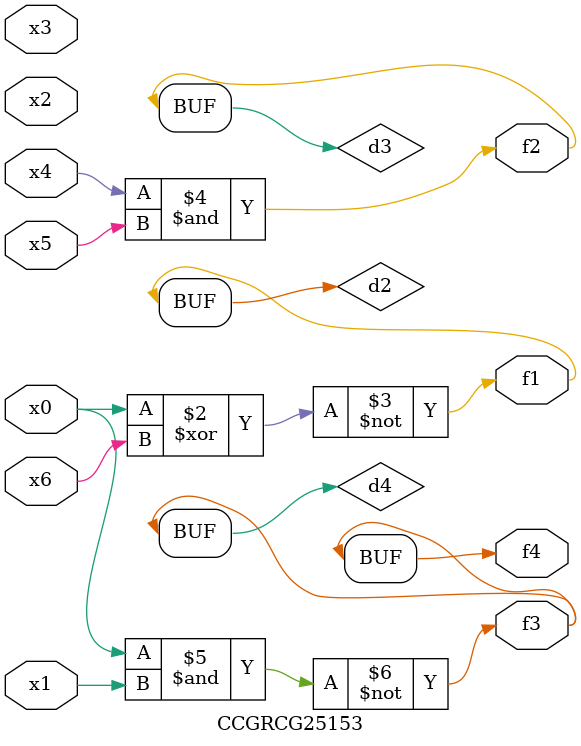
<source format=v>
module CCGRCG25153(
	input x0, x1, x2, x3, x4, x5, x6,
	output f1, f2, f3, f4
);

	wire d1, d2, d3, d4;

	nor (d1, x0);
	xnor (d2, x0, x6);
	and (d3, x4, x5);
	nand (d4, x0, x1);
	assign f1 = d2;
	assign f2 = d3;
	assign f3 = d4;
	assign f4 = d4;
endmodule

</source>
